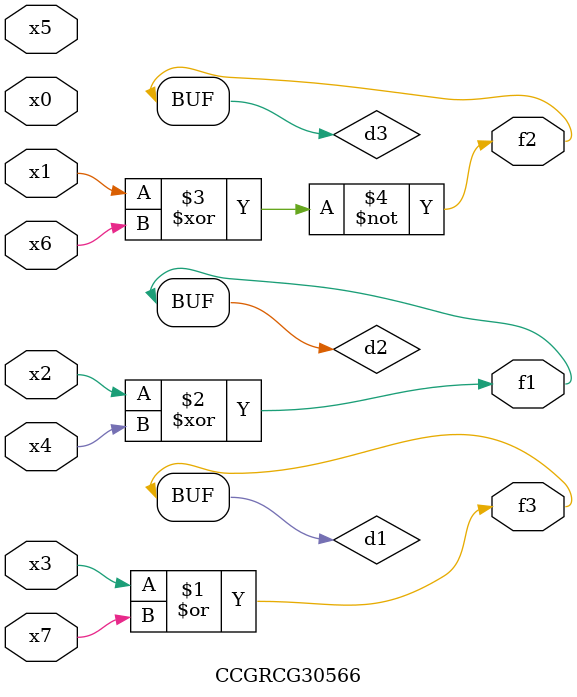
<source format=v>
module CCGRCG30566(
	input x0, x1, x2, x3, x4, x5, x6, x7,
	output f1, f2, f3
);

	wire d1, d2, d3;

	or (d1, x3, x7);
	xor (d2, x2, x4);
	xnor (d3, x1, x6);
	assign f1 = d2;
	assign f2 = d3;
	assign f3 = d1;
endmodule

</source>
